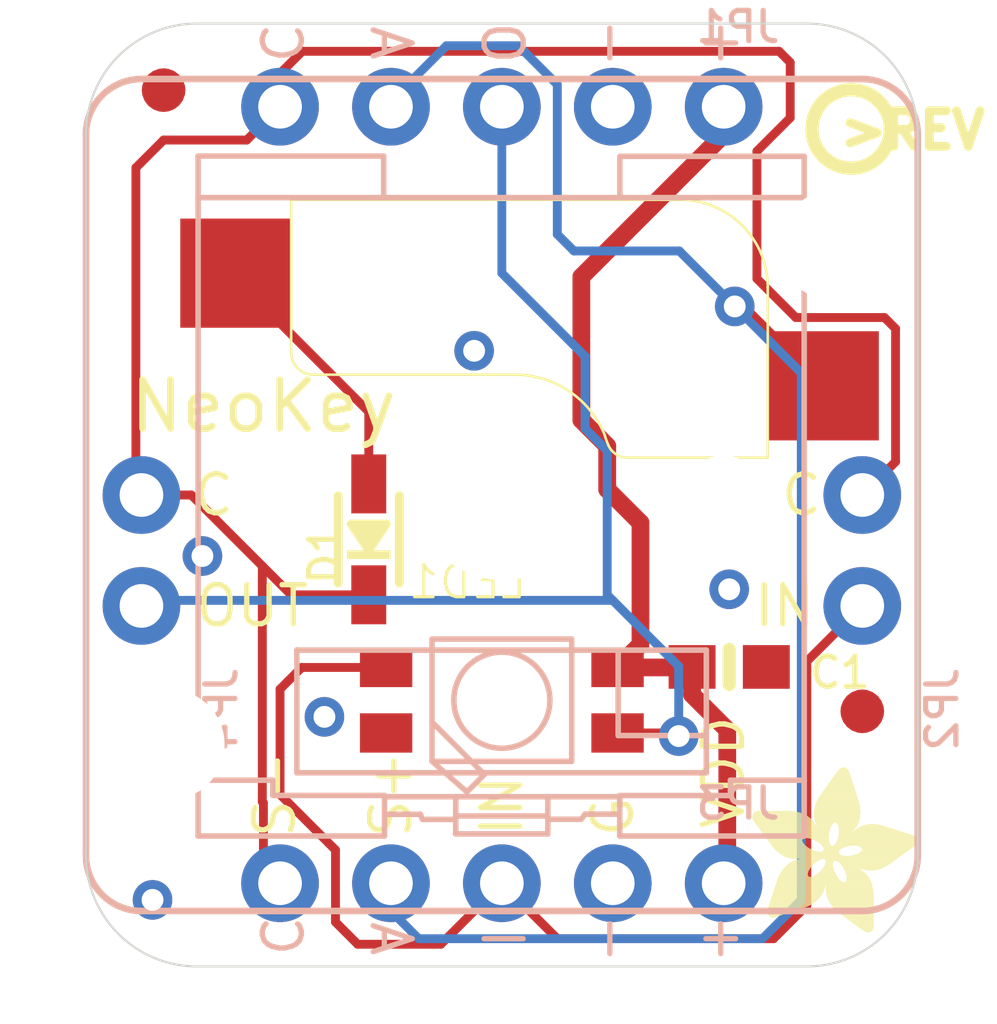
<source format=kicad_pcb>
(kicad_pcb (version 20211014) (generator pcbnew)
  (layers (0 "F.Cu" signal) (31 "B.Cu" signal) (34 "B.Paste" user) (35 "F.Paste" user) (36 "B.SilkS" user "B.Silkscreen") (37 "F.SilkS" user "F.Silkscreen") (38 "B.Mask" user) (39 "F.Mask" user) (44 "Edge.Cuts" user))
  (net 0 "")
  (net 1 "GND")
  (net 2 "VDD")
  (net 3 "SWITCHA")
  (net 4 "N$2")
  (net 5 "SWITCHC")
  (net 6 "NEO_IN")
  (net 7 "NEO_OUT")
  (footprint "boardEagle:FIDUCIAL_1MM" (layer "F.Cu") (at 140.7541 95.7326)
    (fp_text reference "FID4" hide)
    (fp_text value "FIDUCIAL_1MM" hide)
    (pad "1" smd roundrect (at 0 0) (size 1 1) (layers "F.Cu" "F.Mask") (roundrect_rratio 0.5))
  )
  (footprint "boardEagle:FIDUCIAL_1MM" (layer "F.Cu") (at 156.7561 109.9566)
    (fp_text reference "FID3" hide)
    (fp_text value "FIDUCIAL_1MM" hide)
    (pad "1" smd roundrect (at 0 0) (size 1 1) (layers "F.Cu" "F.Mask") (roundrect_rratio 0.5))
  )
  (footprint "boardEagle:0603-NO" (layer "F.Cu") (at 153.7081 108.9406)
    (fp_text reference "C1" (at 1.778 0.127) (layer "F.SilkS") (effects (font (size 0.692831 0.692831) (thickness 0.119969)) (justify left)))
    (fp_text value "1uF")
    (pad "1" smd rect (at -0.85 0) (size 1.075 1) (layers "F.Cu" "F.Paste" "F.Mask") (net 2 "VDD"))
    (pad "2" smd rect (at 0.85 0) (size 1.075 1) (layers "F.Cu" "F.Paste" "F.Mask") (net 1 "GND"))
  )
  (footprint "boardEagle:PCBFEAT-REV-040" (layer "F.Cu") (at 156.5021 96.6216)
    (fp_text reference "U$1" hide)
    (fp_text value "" hide)
    (fp_text user ">REV" (at -0.3556 0.508) (layer "F.SilkS") (effects (font (size 0.8128 0.8128) (thickness 0.2032)) (justify left bottom)))
  )
  (footprint "" (layer "F.Cu") (at 140.8811 110.7186)
    (fp_text reference "@HOLE1" hide)
    (fp_text value "" (at 0 0) (layer "F.SilkS") (effects (font (size 1.27 1.27))))
    (pad "" np_thru_hole circle (at 0 0) (size 2.54 2.54) (drill 2.54) (layers *.Cu *.Mask))
  )
  (footprint "boardEagle:ADAFRUIT_3.5MM" (layer "F.Cu") (at 154.2161 115.0366)
    (fp_text reference "U$2" hide)
    (fp_text value "" hide)
  )
  (footprint "boardEagle:SOD-323" (layer "F.Cu") (at 145.4531 106.0196 90)
    (fp_text reference "D1" (at -1.1 -1 90) (layer "F.SilkS") (effects (font (size 0.692831 0.692831) (thickness 0.119969)) (justify left)))
    (fp_text value "1N4148")
    (pad "A" smd rect (at 1.27 0 90) (size 1.35 0.8) (layers "F.Cu" "F.Paste" "F.Mask") (net 4 "N$2"))
    (pad "C" smd rect (at -1.27 0 90) (size 1.35 0.8) (layers "F.Cu" "F.Paste" "F.Mask") (net 5 "SWITCHC"))
  )
  (footprint "" (layer "F.Cu") (at 156.1211 99.2886)
    (fp_text reference "@HOLE0" hide)
    (fp_text value "" (at 0 0) (layer "F.SilkS") (effects (font (size 1.27 1.27))))
    (pad "" np_thru_hole circle (at 0 0) (size 2.54 2.54) (drill 2.54) (layers *.Cu *.Mask))
  )
  (footprint "boardEagle:1X05_ROUND_70" (layer "B.Cu") (at 148.5011 113.8936 180)
    (fp_text reference "JP3" (at -6.4262 1.8288) (layer "B.SilkS") (effects (font (size 0.692831 0.692831) (thickness 0.119969)) (justify left mirror)))
    (fp_text value "")
    (pad "1" thru_hole circle (at -5.08 0 90) (size 1.778 1.778) (drill 1) (layers *.Cu *.Mask) (net 2 "VDD"))
    (pad "2" thru_hole circle (at -2.54 0 90) (size 1.778 1.778) (drill 1) (layers *.Cu *.Mask) (net 1 "GND"))
    (pad "3" thru_hole circle (at 0 0 90) (size 1.778 1.778) (drill 1) (layers *.Cu *.Mask) (net 6 "NEO_IN"))
    (pad "4" thru_hole circle (at 2.54 0 90) (size 1.778 1.778) (drill 1) (layers *.Cu *.Mask) (net 3 "SWITCHA"))
    (pad "5" thru_hole circle (at 5.08 0 90) (size 1.778 1.778) (drill 1) (layers *.Cu *.Mask) (net 5 "SWITCHC"))
  )
  (footprint "boardEagle:NEO3535_REVERSE" (layer "B.Cu") (at 148.5011 109.7026)
    (fp_text reference "LED1" (at -2.1875 -2.7075) (layer "F.SilkS") (effects (font (size 0.739648 0.739648) (thickness 0.073152)) (justify right mirror)))
    (fp_text value "WS2812B_SK6812E" hide)
    (pad "1-VDD" smd rect (at 2.65 -0.75) (size 1.2 0.9) (layers "F.Cu" "F.Paste" "F.Mask") (net 2 "VDD"))
    (pad "2-DOUT" smd rect (at 2.65 0.75) (size 1.2 0.9) (layers "F.Cu" "F.Paste" "F.Mask") (net 7 "NEO_OUT"))
    (pad "3-GND" smd rect (at -2.65 0.75) (size 1.2 0.9) (layers "F.Cu" "F.Paste" "F.Mask") (net 1 "GND"))
    (pad "4-DIN" smd rect (at -2.65 -0.75) (size 1.2 0.9) (layers "F.Cu" "F.Paste" "F.Mask") (net 6 "NEO_IN"))
  )
  (footprint "boardEagle:KAILH_SOCKET" (layer "B.Cu") (at 148.5011 105.0036 180)
    (fp_text reference "SW1" hide)
    (fp_text value "" hide)
    (pad "" np_thru_hole circle (at 2.54 5.08 180) (size 3.0635 3.0635) (drill 3.0635) (layers *.Cu *.Mask))
    (pad "" np_thru_hole circle (at 5.08 0 180) (size 1.8135 1.8135) (drill 1.8135) (layers *.Cu *.Mask))
    (pad "" np_thru_hole circle (at -5.08 0 180) (size 1.8135 1.8135) (drill 1.8135) (layers *.Cu *.Mask))
    (pad "" np_thru_hole circle (at 0 0 180) (size 3.9 3.9) (drill 3.9) (layers *.Cu *.Mask))
    (pad "" np_thru_hole circle (at -3.81 2.54 180) (size 3.0635 3.0635) (drill 3.0635) (layers *.Cu *.Mask))
    (pad "1" smd rect (at 6.09 5.08) (size 2.55 2.5) (layers "F.Cu" "F.Paste" "F.Mask") (net 4 "N$2"))
    (pad "2" smd rect (at -7.36 2.5) (size 2.55 2.5) (layers "F.Cu" "F.Paste" "F.Mask") (net 3 "SWITCHA"))
  )
  (footprint "boardEagle:1X02_ROUND" (layer "B.Cu") (at 140.2461 106.2736 90)
    (fp_text reference "JP4" (at -2.6162 1.8288 90) (layer "B.SilkS") (effects (font (size 0.692831 0.692831) (thickness 0.119969)) (justify left mirror)))
    (fp_text value "")
    (pad "1" thru_hole circle (at -1.27 0) (size 1.778 1.778) (drill 1) (layers *.Cu *.Mask) (net 7 "NEO_OUT"))
    (pad "2" thru_hole circle (at 1.27 0) (size 1.778 1.778) (drill 1) (layers *.Cu *.Mask) (net 5 "SWITCHC"))
  )
  (footprint "boardEagle:1X05_ROUND_70" (layer "B.Cu") (at 148.5011 96.1136 180)
    (fp_text reference "JP1" (at -6.4262 1.8288) (layer "B.SilkS") (effects (font (size 0.692831 0.692831) (thickness 0.119969)) (justify left mirror)))
    (fp_text value "")
    (pad "1" thru_hole circle (at -5.08 0 90) (size 1.778 1.778) (drill 1) (layers *.Cu *.Mask) (net 2 "VDD"))
    (pad "2" thru_hole circle (at -2.54 0 90) (size 1.778 1.778) (drill 1) (layers *.Cu *.Mask) (net 1 "GND"))
    (pad "3" thru_hole circle (at 0 0 90) (size 1.778 1.778) (drill 1) (layers *.Cu *.Mask) (net 7 "NEO_OUT"))
    (pad "4" thru_hole circle (at 2.54 0 90) (size 1.778 1.778) (drill 1) (layers *.Cu *.Mask) (net 3 "SWITCHA"))
    (pad "5" thru_hole circle (at 5.08 0 90) (size 1.778 1.778) (drill 1) (layers *.Cu *.Mask) (net 5 "SWITCHC"))
  )
  (footprint "boardEagle:1X02_ROUND" (layer "B.Cu") (at 156.7561 106.2736 90)
    (fp_text reference "JP2" (at -2.6162 1.8288 90) (layer "B.SilkS") (effects (font (size 0.692831 0.692831) (thickness 0.119969)) (justify left mirror)))
    (fp_text value "")
    (pad "1" thru_hole circle (at -1.27 0) (size 1.778 1.778) (drill 1) (layers *.Cu *.Mask) (net 6 "NEO_IN"))
    (pad "2" thru_hole circle (at 1.27 0) (size 1.778 1.778) (drill 1) (layers *.Cu *.Mask) (net 5 "SWITCHC"))
  )
  (gr_arc (start 155.4861 94.2086) (mid 157.282151 94.952549) (end 158.0261 96.7486) (layer "Edge.Cuts") (width 0.05))
  (gr_arc (start 141.5161 115.7986) (mid 139.720049 115.054651) (end 138.9761 113.2586) (layer "Edge.Cuts") (width 0.05))
  (gr_arc (start 138.9761 96.7486) (mid 139.720049 94.952549) (end 141.5161 94.2086) (layer "Edge.Cuts") (width 0.05))
  (gr_line (start 155.4861 115.7986) (end 141.5161 115.7986) (layer "Edge.Cuts") (width 0.05))
  (gr_line (start 158.0261 96.7486) (end 158.0261 113.2586) (layer "Edge.Cuts") (width 0.05))
  (gr_arc (start 158.0261 113.2586) (mid 157.282151 115.054651) (end 155.4861 115.7986) (layer "Edge.Cuts") (width 0.05))
  (gr_line (start 138.9761 113.2586) (end 138.9761 96.7486) (layer "Edge.Cuts") (width 0.05))
  (gr_line (start 141.5161 94.2086) (end 155.4861 94.2086) (layer "Edge.Cuts") (width 0.05))
  (gr_text "C" (at 143.4211 115.1001 -90) (layer "B.SilkS") (effects (font (size 0.89408 0.89408) (thickness 0.12192)) (justify mirror)))
  (gr_text "C" (at 143.4211 94.6531 -90) (layer "B.SilkS") (effects (font (size 0.89408 0.89408) (thickness 0.12192)) (justify mirror)))
  (gr_text "+" (at 153.5811 94.6531 -90) (layer "B.SilkS") (effects (font (size 0.89408 0.89408) (thickness 0.12192)) (justify mirror)))
  (gr_text "A" (at 145.9611 115.1636 -90) (layer "B.SilkS") (effects (font (size 0.89408 0.89408) (thickness 0.12192)) (justify mirror)))
  (gr_text "+" (at 153.5811 115.1636 -90) (layer "B.SilkS") (effects (font (size 0.89408 0.89408) (thickness 0.12192)) (justify mirror)))
  (gr_text "-" (at 151.0411 94.6531 -90) (layer "B.SilkS") (effects (font (size 0.89408 0.89408) (thickness 0.12192)) (justify mirror)))
  (gr_text "-" (at 151.0411 115.1636 -90) (layer "B.SilkS") (effects (font (size 0.89408 0.89408) (thickness 0.12192)) (justify mirror)))
  (gr_text "I" (at 148.5011 115.1636 -90) (layer "B.SilkS") (effects (font (size 0.89408 0.89408) (thickness 0.12192)) (justify mirror)))
  (gr_text "A" (at 145.9611 94.6531 -90) (layer "B.SilkS") (effects (font (size 0.89408 0.89408) (thickness 0.12192)) (justify mirror)))
  (gr_text "O" (at 148.5011 94.6531 -90) (layer "B.SilkS") (effects (font (size 0.89408 0.89408) (thickness 0.12192)) (justify mirror)))
  (gr_text "S-" (at 143.2941 111.8616 90) (layer "F.SilkS") (effects (font (size 0.89408 0.89408) (thickness 0.12192))))
  (gr_text "G" (at 151.0411 112.3696 90) (layer "F.SilkS") (effects (font (size 0.89408 0.89408) (thickness 0.12192))))
  (gr_text "NeoKey" (at 143.0401 102.9716) (layer "F.SilkS") (effects (font (size 1.1176 1.1176) (thickness 0.1524))))
  (gr_text "IN" (at 154.9781 107.5436) (layer "F.SilkS") (effects (font (size 0.89408 0.89408) (thickness 0.12192))))
  (gr_text "S+" (at 145.9611 111.8616 90) (layer "F.SilkS") (effects (font (size 0.89408 0.89408) (thickness 0.12192))))
  (gr_text "IN" (at 148.5011 112.1156 90) (layer "F.SilkS") (effects (font (size 0.89408 0.89408) (thickness 0.12192))))
  (gr_text "VDD" (at 153.5811 111.3536 90) (layer "F.SilkS") (effects (font (size 0.89408 0.89408) (thickness 0.12192))))
  (gr_text "C" (at 155.3591 105.0036) (layer "F.SilkS") (effects (font (size 0.89408 0.89408) (thickness 0.12192))))
  (gr_text "C" (at 141.8971 105.0036) (layer "F.SilkS") (effects (font (size 0.89408 0.89408) (thickness 0.12192))))
  (gr_text "OUT" (at 142.7861 107.5436) (layer "F.SilkS") (effects (font (size 0.89408 0.89408) (thickness 0.12192))))
  (via (at 147.8661 101.7016) (size 0.9064) (drill 0.5) (layers "F.Cu" "B.Cu") (net 1))
  (via (at 141.6431 106.4006) (size 0.9064) (drill 0.5) (layers "F.Cu" "B.Cu") (net 1))
  (via (at 153.7081 107.1626) (size 0.9064) (drill 0.5) (layers "F.Cu" "B.Cu") (net 1))
  (via (at 144.4371 110.0836) (size 0.9064) (drill 0.5) (layers "F.Cu" "B.Cu") (net 1))
  (via (at 140.5001 114.2746) (size 0.9064) (drill 0.5) (layers "F.Cu" "B.Cu") (net 1))
  (segment (start 152.8581 109.5756) (end 153.6641 110.3816) (width 0.4064) (layer "F.Cu") (net 2))
  (segment (start 151.6761 105.6386) (end 151.6761 108.4276) (width 0.4064) (layer "F.Cu") (net 2))
  (segment (start 153.5811 96.1136) (end 153.5811 96.7486) (width 0.4064) (layer "F.Cu") (net 2))
  (segment (start 152.7041 108.9526) (end 152.6921 108.9406) (width 0.4064) (layer "F.Cu") (net 2))
  (segment (start 153.6641 110.3816) (end 153.6641 113.8106) (width 0.4064) (layer "F.Cu") (net 2))
  (segment (start 151.1511 108.9526) (end 152.7041 108.9526) (width 0.4064) (layer "F.Cu") (net 2))
  (segment (start 151.6761 108.4276) (end 151.1511 108.9526) (width 0.4064) (layer "F.Cu") (net 2))
  (segment (start 150.32215 100.00755) (end 150.32215 103.287457) (width 0.4064) (layer "F.Cu") (net 2))
  (segment (start 153.5811 96.7486) (end 150.32215 100.00755) (width 0.4064) (layer "F.Cu") (net 2))
  (segment (start 150.9141 103.879407) (end 150.9141 104.8766) (width 0.4064) (layer "F.Cu") (net 2))
  (segment (start 152.6921 108.9406) (end 152.8581 108.9406) (width 0.4064) (layer "F.Cu") (net 2))
  (segment (start 153.6641 113.8106) (end 153.5811 113.8936) (width 0.4064) (layer "F.Cu") (net 2))
  (segment (start 150.32215 103.287457) (end 150.9141 103.879407) (width 0.4064) (layer "F.Cu") (net 2))
  (segment (start 150.9141 104.8766) (end 151.6761 105.6386) (width 0.4064) (layer "F.Cu") (net 2))
  (segment (start 152.8581 108.9406) (end 152.8581 109.5756) (width 0.4064) (layer "F.Cu") (net 2))
  (segment (start 155.8611 102.5036) (end 154.0431 100.6856) (width 0.2032) (layer "F.Cu") (net 3))
  (segment (start 153.8351 100.6856) (end 154.0431 100.6856) (width 0.2032) (layer "F.Cu") (net 3))
  (via (at 153.8351 100.6856) (size 0.9064) (drill 0.5) (layers "F.Cu" "B.Cu") (net 3))
  (segment (start 145.9611 95.9866) (end 145.9611 96.1136) (width 0.2032) (layer "B.Cu") (net 3))
  (segment (start 149.7711 99.0346) (end 149.7711 95.6056) (width 0.2032) (layer "B.Cu") (net 3))
  (segment (start 154.4701 115.1636) (end 155.3591 114.2746) (width 0.2032) (layer "B.Cu") (net 3))
  (segment (start 145.9611 114.5286) (end 146.5961 115.1636) (width 0.2032) (layer "B.Cu") (net 3))
  (segment (start 155.3591 102.2096) (end 153.8351 100.6856) (width 0.2032) (layer "B.Cu") (net 3))
  (segment (start 149.7711 95.6056) (end 148.8821 94.7166) (width 0.2032) (layer "B.Cu") (net 3))
  (segment (start 153.8351 100.6856) (end 152.5651 99.4156) (width 0.2032) (layer "B.Cu") (net 3))
  (segment (start 152.5651 99.4156) (end 150.1521 99.4156) (width 0.2032) (layer "B.Cu") (net 3))
  (segment (start 148.8821 94.7166) (end 147.2311 94.7166) (width 0.2032) (layer "B.Cu") (net 3))
  (segment (start 147.2311 94.7166) (end 145.9611 95.9866) (width 0.2032) (layer "B.Cu") (net 3))
  (segment (start 155.3591 102.2096) (end 155.3591 114.2746) (width 0.2032) (layer "B.Cu") (net 3))
  (segment (start 150.1521 99.4156) (end 149.7711 99.0346) (width 0.2032) (layer "B.Cu") (net 3))
  (segment (start 146.5961 115.1636) (end 154.4701 115.1636) (width 0.2032) (layer "B.Cu") (net 3))
  (segment (start 145.9611 113.8936) (end 145.9611 114.5286) (width 0.2032) (layer "B.Cu") (net 3))
  (segment (start 145.4531 103.0986) (end 145.4531 104.7496) (width 0.2032) (layer "F.Cu") (net 4))
  (segment (start 142.4111 99.9236) (end 142.4111 100.0566) (width 0.2032) (layer "F.Cu") (net 4))
  (segment (start 142.4111 100.0566) (end 145.4531 103.0986) (width 0.2032) (layer "F.Cu") (net 4))
  (segment (start 141.3891 105.0036) (end 140.2461 105.0036) (width 0.2032) (layer "F.Cu") (net 5))
  (segment (start 154.8511 94.8436) (end 143.9291 94.8436) (width 0.2032) (layer "F.Cu") (net 5))
  (segment (start 156.7561 105.0036) (end 157.5181 104.2416) (width 0.2032) (layer "F.Cu") (net 5))
  (segment (start 140.1191 97.5106) (end 140.1191 104.8766) (width 0.2032) (layer "F.Cu") (net 5))
  (segment (start 157.5181 101.1936) (end 157.2641 100.9396) (width 0.2032) (layer "F.Cu") (net 5))
  (segment (start 143.0147 106.6292) (end 143.6751 107.2896) (width 0.2032) (layer "F.Cu") (net 5))
  (segment (start 141.3891 105.0036) (end 143.0147 106.6292) (width 0.2032) (layer "F.Cu") (net 5))
  (segment (start 143.0401 113.5126) (end 143.4211 113.8936) (width 0.2032) (layer "F.Cu") (net 5))
  (segment (start 154.3431 97.1296) (end 155.1051 96.3676) (width 0.2032) (layer "F.Cu") (net 5))
  (segment (start 143.0401 112.055338) (end 143.0401 113.5126) (width 0.2032) (layer "F.Cu") (net 5))
  (segment (start 155.1051 95.0976) (end 154.8511 94.8436) (width 0.2032) (layer "F.Cu") (net 5))
  (segment (start 140.7541 96.8756) (end 142.6591 96.8756) (width 0.2032) (layer "F.Cu") (net 5))
  (segment (start 143.0147 112.029938) (end 143.0401 112.055338) (width 0.2032) (layer "F.Cu") (net 5))
  (segment (start 157.5181 104.2416) (end 157.5181 101.1936) (width 0.2032) (layer "F.Cu") (net 5))
  (segment (start 140.7541 96.8756) (end 140.1191 97.5106) (width 0.2032) (layer "F.Cu") (net 5))
  (segment (start 143.4211 95.3516) (end 143.4211 96.1136) (width 0.2032) (layer "F.Cu") (net 5))
  (segment (start 155.1051 96.3676) (end 155.1051 95.0976) (width 0.2032) (layer "F.Cu") (net 5))
  (segment (start 155.2321 100.9396) (end 154.3431 100.0506) (width 0.2032) (layer "F.Cu") (net 5))
  (segment (start 154.3431 100.0506) (end 154.3431 97.1296) (width 0.2032) (layer "F.Cu") (net 5))
  (segment (start 143.4211 96.1136) (end 142.6591 96.8756) (width 0.2032) (layer "F.Cu") (net 5))
  (segment (start 145.4531 107.2896) (end 143.6751 107.2896) (width 0.2032) (layer "F.Cu") (net 5))
  (segment (start 140.1191 104.8766) (end 140.2461 105.0036) (width 0.2032) (layer "F.Cu") (net 5))
  (segment (start 143.9291 94.8436) (end 143.4211 95.3516) (width 0.2032) (layer "F.Cu") (net 5))
  (segment (start 143.0147 106.6292) (end 143.0147 112.029938) (width 0.2032) (layer "F.Cu") (net 5))
  (segment (start 157.2641 100.9396) (end 155.2321 100.9396) (width 0.2032) (layer "F.Cu") (net 5))
  (segment (start 144.6911 113.1316) (end 144.6911 114.7826) (width 0.2032) (layer "F.Cu") (net 6))
  (segment (start 143.9171 108.9526) (end 143.4211 109.4486) (width 0.2032) (layer "F.Cu") (net 6))
  (segment (start 148.5011 113.8936) (end 149.7711 115.1636) (width 0.2032) (layer "F.Cu") (net 6))
  (segment (start 145.8511 108.9526) (end 143.9171 108.9526) (width 0.2032) (layer "F.Cu") (net 6))
  (segment (start 154.7241 115.1636) (end 155.4861 114.4016) (width 0.2032) (layer "F.Cu") (net 6))
  (segment (start 155.4861 108.8136) (end 155.4861 114.4016) (width 0.2032) (layer "F.Cu") (net 6))
  (segment (start 145.1991 115.2906) (end 144.6911 114.7826) (width 0.2032) (layer "F.Cu") (net 6))
  (segment (start 143.4211 111.8616) (end 144.6911 113.1316) (width 0.2032) (layer "F.Cu") (net 6))
  (segment (start 149.7711 115.1636) (end 154.7241 115.1636) (width 0.2032) (layer "F.Cu") (net 6))
  (segment (start 147.1041 115.2906) (end 145.1991 115.2906) (width 0.2032) (layer "F.Cu") (net 6))
  (segment (start 155.4861 108.8136) (end 156.7561 107.5436) (width 0.2032) (layer "F.Cu") (net 6))
  (segment (start 143.4211 109.4486) (end 143.4211 111.8616) (width 0.2032) (layer "F.Cu") (net 6))
  (segment (start 148.5011 113.8936) (end 147.1041 115.2906) (width 0.2032) (layer "F.Cu") (net 6))
  (segment (start 152.5517 110.523863) (end 152.480437 110.4526) (width 0.2032) (layer "F.Cu") (net 7))
  (segment (start 152.480437 110.4526) (end 151.1511 110.4526) (width 0.2032) (layer "F.Cu") (net 7))
  (via (at 152.5517 110.523863) (size 0.9064) (drill 0.5) (layers "F.Cu" "B.Cu") (net 7))
  (segment (start 151.0411 107.4166) (end 152.5517 108.9272) (width 0.2032) (layer "B.Cu") (net 7))
  (segment (start 150.4061 101.8286) (end 150.4061 103.4796) (width 0.2032) (layer "B.Cu") (net 7))
  (segment (start 152.5517 108.9272) (end 152.5517 110.523863) (width 0.2032) (layer "B.Cu") (net 7))
  (segment (start 140.3731 107.4166) (end 151.0411 107.4166) (width 0.2032) (layer "B.Cu") (net 7))
  (segment (start 150.9141 103.9876) (end 150.9141 107.2896) (width 0.2032) (layer "B.Cu") (net 7))
  (segment (start 150.4061 103.4796) (end 150.9141 103.9876) (width 0.2032) (layer "B.Cu") (net 7))
  (segment (start 148.5011 99.9236) (end 150.4061 101.8286) (width 0.2032) (layer "B.Cu") (net 7))
  (segment (start 150.9141 107.2896) (end 151.0411 107.4166) (width 0.2032) (layer "B.Cu") (net 7))
  (segment (start 148.5011 96.1136) (end 148.5011 99.9236) (width 0.2032) (layer "B.Cu") (net 7))
  (segment (start 140.2461 107.5436) (end 140.3731 107.4166) (width 0.2032) (layer "B.Cu") (net 7))
)
</source>
